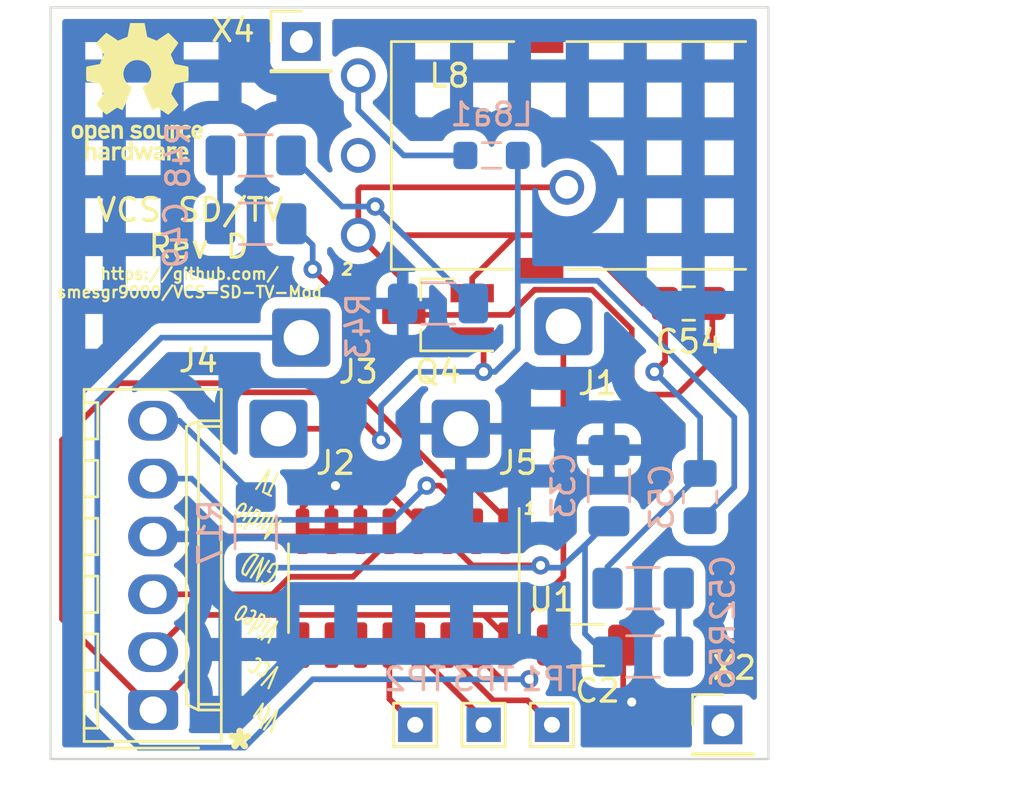
<source format=kicad_pcb>
(kicad_pcb (version 20211014) (generator pcbnew)
  (layers (0 "F.Cu" signal) (31 "B.Cu" signal) (34 "B.Paste" user) (35 "F.Paste" user) (36 "B.SilkS" user "B.Silkscreen") (37 "F.SilkS" user "F.Silkscreen") (38 "B.Mask" user) (39 "F.Mask" user) (44 "Edge.Cuts" user))
  (net 0 "")
  (net 1 "Net-(C33-Pad1)")
  (net 2 "GNDD")
  (net 3 "Net-(C49-Pad1)")
  (net 4 "Net-(C49-Pad2)")
  (net 5 "Net-(C52-Pad1)")
  (net 6 "Net-(C52-Pad2)")
  (net 7 "Net-(C54-Pad1)")
  (net 8 "Vout")
  (net 9 "Net-(J2-Pad1)")
  (net 10 "Net-(J3-Pad1)")
  (net 11 "Audio")
  (net 12 "Video")
  (net 13 "Net-(J4-Pad6)")
  (net 14 "Net-(TP1-Pad1)")
  (net 15 "Net-(TP3-Pad1)")
  (net 16 "Net-(TP2-Pad1)")
  (net 17 "Net-(L8-Pad1)")
  (net 18 "Net-(C53-Pad2)")
  (footprint "Package_SO:SOP-16_3.9x9.9mm_P1.27mm" (layer "F.Cu") (at 105.5 119 -90)
    (fp_text reference "U1" (at 0.5 -6.5 -180) (layer "F.SilkS"))
    (fp_text value "CD4053B")
    (pad "1" smd roundrect (at -2.5 -4.445 270) (size 2 0.6) (layers "F.Cu" "F.Paste" "F.Mask") (net 3 "Net-(C49-Pad1)"))
    (pad "2" smd roundrect (at -2.5 -3.175 270) (size 2 0.6) (layers "F.Cu" "F.Paste" "F.Mask") (net 11 "Audio"))
    (pad "3" smd roundrect (at -2.5 -1.905 270) (size 2 0.6) (layers "F.Cu" "F.Paste" "F.Mask") (net 1 "Net-(C33-Pad1)"))
    (pad "4" smd roundrect (at -2.5 -0.635 270) (size 2 0.6) (layers "F.Cu" "F.Paste" "F.Mask") (net 9 "Net-(J2-Pad1)"))
    (pad "5" smd roundrect (at -2.5 0.635 270) (size 2 0.6) (layers "F.Cu" "F.Paste" "F.Mask") (net 12 "Video"))
    (pad "6" smd roundrect (at -2.5 1.905 270) (size 2 0.6) (layers "F.Cu" "F.Paste" "F.Mask") (net 2 "GNDD"))
    (pad "7" smd roundrect (at -2.5 3.175 270) (size 2 0.6) (layers "F.Cu" "F.Paste" "F.Mask") (net 2 "GNDD"))
    (pad "8" smd roundrect (at -2.5 4.445 270) (size 2 0.6) (layers "F.Cu" "F.Paste" "F.Mask") (net 2 "GNDD"))
    (pad "9" smd roundrect (at 2.5 4.445 270) (size 2 0.6) (layers "F.Cu" "F.Paste" "F.Mask") (net 18 "Net-(C53-Pad2)"))
    (pad "10" smd roundrect (at 2.5 3.175 270) (size 2 0.6) (layers "F.Cu" "F.Paste" "F.Mask") (net 18 "Net-(C53-Pad2)"))
    (pad "11" smd roundrect (at 2.5 1.905 270) (size 2 0.6) (layers "F.Cu" "F.Paste" "F.Mask") (net 18 "Net-(C53-Pad2)"))
    (pad "12" smd roundrect (at 2.5 0.635 270) (size 2 0.6) (layers "F.Cu" "F.Paste" "F.Mask") (net 16 "Net-(TP2-Pad1)"))
    (pad "13" smd roundrect (at 2.5 -0.635 270) (size 2 0.6) (layers "F.Cu" "F.Paste" "F.Mask") (net 15 "Net-(TP3-Pad1)"))
    (pad "14" smd roundrect (at 2.5 -1.905 270) (size 2 0.6) (layers "F.Cu" "F.Paste" "F.Mask") (net 14 "Net-(TP1-Pad1)"))
    (pad "15" smd roundrect (at 2.5 -3.175 270) (size 2 0.6) (layers "F.Cu" "F.Paste" "F.Mask") (net 10 "Net-(J3-Pad1)"))
    (pad "16" smd roundrect (at 2.5 -4.445 270) (size 2 0.6) (layers "F.Cu" "F.Paste" "F.Mask") (net 8 "Vout"))
  )
  (footprint "TestPoint:TestPoint_THTPad_1.5x1.5mm_Drill0.7mm" (layer "F.Cu") (at 106 125)
    (fp_text reference "TP2" (at 0 -2) (layer "B.SilkS") (effects (justify mirror)))
    (fp_text value "TestPoint")
    (pad "1" thru_hole rect (at 0 0) (size 1.5 1.5) (drill 0.7) (layers *.Cu *.Mask) (net 16 "Net-(TP2-Pad1)"))
  )
  (footprint "Package_TO_SOT_SMD:SOT-23_Handsoldering" (layer "F.Cu") (at 107 107 180)
    (fp_text reference "Q4" (at 0 -2.5) (layer "F.SilkS"))
    (fp_text value "2N2222A")
    (pad "1" smd rect (at -1.5 -0.95 180) (size 1.9 0.8) (layers "F.Cu" "F.Paste" "F.Mask") (net 18 "Net-(C53-Pad2)"))
    (pad "2" smd rect (at -1.5 0.95 180) (size 1.9 0.8) (layers "F.Cu" "F.Paste" "F.Mask") (net 6 "Net-(C52-Pad2)"))
    (pad "3" smd rect (at 1.5 0 180) (size 1.9 0.8) (layers "F.Cu" "F.Paste" "F.Mask") (net 7 "Net-(C54-Pad1)"))
  )
  (footprint "Capacitor_SMD:C_0805_2012Metric_Pad1.18x1.45mm_HandSolder" (layer "F.Cu") (at 118 106.5 180)
    (fp_text reference "C54" (at 0 -1.68 180) (layer "F.SilkS"))
    (fp_text value "820pF")
    (pad "1" smd roundrect (at -1.0375 0 180) (size 1.175 1.45) (layers "F.Cu" "F.Paste" "F.Mask") (roundrect_rratio 0.212766) (net 7 "Net-(C54-Pad1)"))
    (pad "2" smd roundrect (at 1.0375 0 180) (size 1.175 1.45) (layers "F.Cu" "F.Paste" "F.Mask") (roundrect_rratio 0.212766) (net 6 "Net-(C52-Pad2)"))
  )
  (footprint "Connector_Wire:SolderWire-0.75sqmm_1x01_D1.25mm_OD2.3mm" (layer "F.Cu") (at 112.5 107.5)
    (fp_text reference "J1" (at 1.5 2.5) (layer "F.SilkS"))
    (fp_text value "Vcc / C53")
    (pad "1" thru_hole roundrect (at 0 0) (size 2.55 2.55) (drill 1.55) (layers *.Cu *.Mask) (roundrect_rratio 0.098039) (net 8 "Vout"))
  )
  (footprint "Symbol:OSHW-Logo_5.7x6mm_SilkScreen" (layer "F.Cu") (at 93.8 97.2)
    (fp_text reference "REF**" hide)
    (fp_text value "OSHW-Logo_5.7x6mm_SilkScreen" hide)
  )
  (footprint "Connector_PinHeader_2.54mm:PinHeader_1x01_P2.54mm_Vertical" (layer "F.Cu") (at 119.5 125)
    (fp_text reference "X2" (at 0.5 -2.5) (layer "F.SilkS"))
    (fp_text value "PinHeader_1x01_P2.54mm_Vertical")
    (pad "1" thru_hole rect (at 0 0) (size 1.7 1.7) (drill 1) (layers *.Cu *.Mask))
  )
  (footprint "TestPoint:TestPoint_THTPad_1.5x1.5mm_Drill0.7mm" (layer "F.Cu") (at 109 125)
    (fp_text reference "TP3" (at 0 -2 -180) (layer "B.SilkS") (effects (justify mirror)))
    (fp_text value "TestPoint")
    (pad "1" thru_hole rect (at 0 0) (size 1.5 1.5) (drill 0.7) (layers *.Cu *.Mask) (net 15 "Net-(TP3-Pad1)"))
  )
  (footprint "Connector_Wire:SolderWire-0.75sqmm_1x01_D1.25mm_OD2.3mm" (layer "F.Cu") (at 108 112)
    (fp_text reference "J5" (at 2.5 1.5) (layer "F.SilkS"))
    (fp_text value "Ground")
    (pad "1" thru_hole roundrect (at 0 0) (size 2.55 2.55) (drill 1.55) (layers *.Cu *.Mask) (roundrect_rratio 0.098039) (net 2 "GNDD"))
  )
  (footprint "Capacitor_SMD:C_1206_3216Metric_Pad1.33x1.80mm_HandSolder" (layer "F.Cu") (at 113.5625 121.5 180)
    (fp_text reference "C2" (at -0.4375 -2 180) (layer "F.SilkS"))
    (fp_text value "100nF")
    (pad "1" smd roundrect (at -1.5625 0 180) (size 1.325 1.8) (layers "F.Cu" "F.Paste" "F.Mask") (roundrect_rratio 0.188679) (net 2 "GNDD"))
    (pad "2" smd roundrect (at 1.5625 0 180) (size 1.325 1.8) (layers "F.Cu" "F.Paste" "F.Mask") (roundrect_rratio 0.188679) (net 8 "Vout"))
  )
  (footprint "Connector_Wire:SolderWire-0.75sqmm_1x01_D1.25mm_OD2.3mm" (layer "F.Cu") (at 100 112)
    (fp_text reference "J2" (at 2.5 1.5) (layer "F.SilkS"))
    (fp_text value "Video / R56")
    (pad "1" thru_hole roundrect (at 0 0) (size 2.55 2.55) (drill 1.55) (layers *.Cu *.Mask) (roundrect_rratio 0.098039) (net 9 "Net-(J2-Pad1)"))
  )
  (footprint "vcsboard:tim_laying" (layer "F.Cu") (at 103.5 96.5 -90)
    (fp_text reference "L8" (at 0 -4 unlocked) (layer "F.SilkS"))
    (fp_text value "L_Trim")
    (pad "" smd rect (at -1.5 -8 270) (size 1 2) (layers "F.Cu" "F.Paste" "F.Mask"))
    (pad "" thru_hole circle (at 3.5 0 270) (size 1.524 1.524) (drill 1) (layers *.Cu *.Mask))
    (pad "" smd rect (at 8.5 -8 270) (size 1 2) (layers "F.Cu" "F.Paste" "F.Mask"))
    (pad "1" thru_hole circle (at 0 0 270) (size 1.524 1.524) (drill 1) (layers *.Cu *.Mask) (net 17 "Net-(L8-Pad1)"))
    (pad "2" thru_hole circle (at 7 0 270) (size 1.524 1.524) (drill 1) (layers *.Cu *.Mask) (net 7 "Net-(C54-Pad1)"))
    (pad "2" thru_hole circle (at 4.9 -9.15 270) (size 1.524 1.524) (drill 1) (layers *.Cu *.Mask) (net 7 "Net-(C54-Pad1)"))
  )
  (footprint "TestPoint:TestPoint_THTPad_1.5x1.5mm_Drill0.7mm" (layer "F.Cu") (at 112 125)
    (fp_text reference "TP1" (at 0 -2 -180) (layer "B.SilkS") (effects (justify mirror)))
    (fp_text value "TestPoint")
    (pad "1" thru_hole rect (at 0 0) (size 1.5 1.5) (drill 0.7) (layers *.Cu *.Mask) (net 14 "Net-(TP1-Pad1)"))
  )
  (footprint "Connector_PinHeader_2.54mm:PinHeader_1x01_P2.54mm_Vertical" (layer "F.Cu") (at 101 95)
    (fp_text reference "X4" (at -3 -0.5) (layer "F.SilkS"))
    (fp_text value "PinHeader_1x01_P2.54mm_Vertical")
    (pad "1" thru_hole rect (at 0 0) (size 1.7 1.7) (drill 1) (layers *.Cu *.Mask))
  )
  (footprint "Connector_Wire:SolderWire-0.75sqmm_1x01_D1.25mm_OD2.3mm" (layer "F.Cu") (at 101 108)
    (fp_text reference "J3" (at 2.5 1.5) (layer "F.SilkS"))
    (fp_text value "Audio / C49")
    (pad "1" thru_hole roundrect (at 0 0) (size 2.55 2.55) (drill 1.55) (layers *.Cu *.Mask) (roundrect_rratio 0.098039) (net 10 "Net-(J3-Pad1)"))
  )
  (footprint "Connector_Molex:Molex_KK-254_AE-6410-06A_1x06_P2.54mm_Vertical" (layer "F.Cu") (at 94.5 124.35 90)
    (fp_text reference "J4" (at 15.35 1.98 180) (layer "F.SilkS"))
    (fp_text value "Conn_01x06_Male")
    (pad "1" thru_hole roundrect (at 0 0 90) (size 1.74 2.19) (drill 1.19) (layers *.Cu *.Mask) (roundrect_rratio 0.143678) (net 18 "Net-(C53-Pad2)"))
    (pad "2" thru_hole oval (at 2.54 0 90) (size 1.74 2.19) (drill 1.19) (layers *.Cu *.Mask) (net 8 "Vout"))
    (pad "3" thru_hole oval (at 5.08 0 90) (size 1.74 2.19) (drill 1.19) (layers *.Cu *.Mask) (net 12 "Video"))
    (pad "4" thru_hole oval (at 7.62 0 90) (size 1.74 2.19) (drill 1.19) (layers *.Cu *.Mask) (net 2 "GNDD"))
    (pad "5" thru_hole oval (at 10.16 0 90) (size 1.74 2.19) (drill 1.19) (layers *.Cu *.Mask) (net 11 "Audio"))
    (pad "6" thru_hole oval (at 12.7 0 90) (size 1.74 2.19) (drill 1.19) (layers *.Cu *.Mask) (net 13 "Net-(J4-Pad6)"))
  )
  (footprint "Capacitor_SMD:C_1206_3216Metric_Pad1.33x1.80mm_HandSolder" (layer "B.Cu") (at 116 119 180)
    (fp_text reference "C52" (at -3.5 0 90) (layer "B.SilkS") (effects (justify mirror)))
    (fp_text value "47pF")
    (pad "1" smd roundrect (at -1.5625 0 180) (size 1.325 1.8) (layers "B.Cu" "B.Paste" "B.Mask") (roundrect_rratio 0.188679) (net 5 "Net-(C52-Pad1)"))
    (pad "2" smd roundrect (at 1.5625 0 180) (size 1.325 1.8) (layers "B.Cu" "B.Paste" "B.Mask") (roundrect_rratio 0.188679) (net 6 "Net-(C52-Pad2)"))
  )
  (footprint "Inductor_SMD:L_0805_2012Metric_Pad1.05x1.20mm_HandSolder" (layer "B.Cu") (at 109.35 100)
    (fp_text reference "L8a1" (at 0 -1.8) (layer "B.SilkS") (effects (justify mirror)))
    (fp_text value "L")
    (pad "1" smd roundrect (at -1.15 0) (size 1.05 1.2) (layers "B.Cu" "B.Paste" "B.Mask") (roundrect_rratio 0.238095) (net 17 "Net-(L8-Pad1)"))
    (pad "2" smd roundrect (at 1.15 0) (size 1.05 1.2) (layers "B.Cu" "B.Paste" "B.Mask") (roundrect_rratio 0.238095) (net 18 "Net-(C53-Pad2)"))
  )
  (footprint "Resistor_SMD:R_1206_3216Metric_Pad1.30x1.75mm_HandSolder" (layer "B.Cu") (at 99 116.55 90)
    (fp_text reference "R17" (at 0 -2 90) (layer "B.SilkS") (effects (justify mirror)))
    (fp_text value "330")
    (pad "1" smd roundrect (at -1.55 0 90) (size 1.3 1.75) (layers "B.Cu" "B.Paste" "B.Mask") (roundrect_rratio 0.192308) (net 1 "Net-(C33-Pad1)"))
    (pad "2" smd roundrect (at 1.55 0 90) (size 1.3 1.75) (layers "B.Cu" "B.Paste" "B.Mask") (roundrect_rratio 0.192308) (net 13 "Net-(J4-Pad6)"))
  )
  (footprint "Resistor_SMD:R_1206_3216Metric_Pad1.30x1.75mm_HandSolder" (layer "B.Cu") (at 116 122)
    (fp_text reference "R56" (at 3.5 0 270) (layer "B.SilkS") (effects (justify mirror)))
    (fp_text value "1k8")
    (pad "1" smd roundrect (at -1.55 0) (size 1.3 1.75) (layers "B.Cu" "B.Paste" "B.Mask") (roundrect_rratio 0.192308) (net 1 "Net-(C33-Pad1)"))
    (pad "2" smd roundrect (at 1.55 0) (size 1.3 1.75) (layers "B.Cu" "B.Paste" "B.Mask") (roundrect_rratio 0.192308) (net 5 "Net-(C52-Pad1)"))
  )
  (footprint "Resistor_SMD:R_1206_3216Metric_Pad1.30x1.75mm_HandSolder" (layer "B.Cu") (at 99 100)
    (fp_text reference "R48" (at -3.4 0 90) (layer "B.SilkS") (effects (justify mirror)))
    (fp_text value "18k")
    (pad "1" smd roundrect (at -1.55 0) (size 1.3 1.75) (layers "B.Cu" "B.Paste" "B.Mask") (roundrect_rratio 0.192308) (net 4 "Net-(C49-Pad2)"))
    (pad "2" smd roundrect (at 1.55 0) (size 1.3 1.75) (layers "B.Cu" "B.Paste" "B.Mask") (roundrect_rratio 0.192308) (net 6 "Net-(C52-Pad2)"))
  )
  (footprint "Capacitor_SMD:C_0805_2012Metric_Pad1.18x1.45mm_HandSolder" (layer "B.Cu") (at 118.5 115 -90)
    (fp_text reference "C53" (at 0 1.68 90) (layer "B.SilkS") (effects (justify mirror)))
    (fp_text value "820pF")
    (pad "1" smd roundrect (at -1.0375 0 270) (size 1.175 1.45) (layers "B.Cu" "B.Paste" "B.Mask") (roundrect_rratio 0.212766) (net 6 "Net-(C52-Pad2)"))
    (pad "2" smd roundrect (at 1.0375 0 270) (size 1.175 1.45) (layers "B.Cu" "B.Paste" "B.Mask") (roundrect_rratio 0.212766) (net 18 "Net-(C53-Pad2)"))
  )
  (footprint "Capacitor_SMD:C_1206_3216Metric_Pad1.33x1.80mm_HandSolder" (layer "B.Cu") (at 114.5 114.5 90)
    (fp_text reference "C33" (at 0 -2 90) (layer "B.SilkS") (effects (justify mirror)))
    (fp_text value "100pF")
    (pad "1" smd roundrect (at -1.5625 0 90) (size 1.325 1.8) (layers "B.Cu" "B.Paste" "B.Mask") (roundrect_rratio 0.188679) (net 1 "Net-(C33-Pad1)"))
    (pad "2" smd roundrect (at 1.5625 0 90) (size 1.325 1.8) (layers "B.Cu" "B.Paste" "B.Mask") (roundrect_rratio 0.188679) (net 2 "GNDD"))
  )
  (footprint "Resistor_SMD:R_1206_3216Metric_Pad1.30x1.75mm_HandSolder" (layer "B.Cu") (at 107 106.5)
    (fp_text reference "R43" (at -3.5 1 270) (layer "B.SilkS") (effects (justify mirror)))
    (fp_text value "9k1")
    (pad "1" smd roundrect (at -1.55 0) (size 1.3 1.75) (layers "B.Cu" "B.Paste" "B.Mask") (roundrect_rratio 0.192308) (net 2 "GNDD"))
    (pad "2" smd roundrect (at 1.55 0) (size 1.3 1.75) (layers "B.Cu" "B.Paste" "B.Mask") (roundrect_rratio 0.192308) (net 6 "Net-(C52-Pad2)"))
  )
  (footprint "Capacitor_SMD:C_1206_3216Metric_Pad1.33x1.80mm_HandSolder" (layer "B.Cu") (at 99 103 180)
    (fp_text reference "C49" (at 3.5 -0.5 90) (layer "B.SilkS") (effects (justify mirror)))
    (fp_text value "100nF")
    (pad "1" smd roundrect (at -1.5625 0 180) (size 1.325 1.8) (layers "B.Cu" "B.Paste" "B.Mask") (roundrect_rratio 0.188679) (net 3 "Net-(C49-Pad1)"))
    (pad "2" smd roundrect (at 1.5625 0 180) (size 1.325 1.8) (layers "B.Cu" "B.Paste" "B.Mask") (roundrect_rratio 0.188679) (net 4 "Net-(C49-Pad2)"))
  )
  (gr_line (start 90 126.5) (end 121.5 126.5) (layer "Edge.Cuts") (width 0.1))
  (gr_line (start 121.5 126.5) (end 121.5 93.5) (layer "Edge.Cuts") (width 0.1))
  (gr_line (start 121.5 93.5) (end 90 93.5) (layer "Edge.Cuts") (width 0.1))
  (gr_line (start 90 93.5) (end 90 126.5) (layer "Edge.Cuts") (width 0.1))
  (gr_text "1" (at 111 115.5) (layer "F.SilkS") (effects (font (size 0.5 0.5) (thickness 0.125) italic)))
  (gr_text "https://github.com/\nsmesgr9000/VCS-SD-TV-Mod" (at 96.1 105.6) (layer "F.SilkS") (effects (font (size 0.5 0.5) (thickness 0.1))))
  (gr_text "VCS SD/TV \nRev D\n" (at 96.5 103.2) (layer "F.SilkS") (effects (font (size 1 1))))
  (gr_text "TV" (at 100 114.5 155) (layer "F.SilkS") (effects (font (size 1 0.5) (thickness 0.1)) (justify left)))
  (gr_text "Video" (at 100 121 155) (layer "F.SilkS") (effects (font (size 1 0.5) (thickness 0.1) italic) (justify left)))
  (gr_text "2" (at 103 105) (layer "F.SilkS") (effects (font (size 0.5 0.5) (thickness 0.125) italic)))
  (gr_text "Vtv" (at 100 124.9 155) (layer "F.SilkS") (effects (font (size 1 0.5) (thickness 0.1)) (justify left)))
  (gr_text "GND" (at 100 118.5 155) (layer "F.SilkS") (effects (font (size 1 0.5) (thickness 0.1) italic) (justify left)))
  (gr_text "Vcc" (at 100 123 155) (layer "F.SilkS") (effects (font (size 1 0.5) (thickness 0.1) italic) (justify left)))
  (gr_text "Audio" (at 100 116.5 155) (layer "F.SilkS") (effects (font (size 1 0.5) (thickness 0.1) italic) (justify left)))
  (gr_text "*" (at 98.3 126.1) (layer "F.SilkS") (effects (font (size 1.5 1.5) (thickness 0.3))))
  (segment (start 107.405 116.5) (end 107.405 116.901751) (width 0.25) (layer "F.Cu") (net 1))
  (segment (start 111.5 118) (end 108.5 118) (width 0.25) (layer "F.Cu") (net 1))
  (segment (start 107.405 116.901751) (end 108.503249 118) (width 0.25) (layer "F.Cu") (net 1))
  (via (at 111.5 118) (size 0.8) (drill 0.4) (layers "F.Cu" "B.Cu") (net 1))
  (segment (start 114.5 116.0625) (end 113.45 117.1125) (width 0.25) (layer "B.Cu") (net 1))
  (segment (start 113.45 121) (end 114.45 122) (width 0.25) (layer "B.Cu") (net 1))
  (segment (start 99 118.1) (end 112.4625 118.1) (width 0.25) (layer "B.Cu") (net 1))
  (segment (start 113.45 117.1125) (end 113.45 121) (width 0.25) (layer "B.Cu") (net 1))
  (segment (start 112.5 118) (end 113.45 117.1125) (width 0.25) (layer "B.Cu") (net 1))
  (segment (start 112.4625 118.1) (end 112.5 118) (width 0.25) (layer "B.Cu") (net 1))
  (segment (start 103.595 115.095) (end 103.595 116.5) (width 0.25) (layer "F.Cu") (net 2))
  (segment (start 100.825 116.73) (end 101.055 116.5) (width 0.25) (layer "F.Cu") (net 2))
  (segment (start 102.325 116.5) (end 102.325 114.675) (width 0.25) (layer "F.Cu") (net 2))
  (segment (start 101.055 116.5) (end 103.595 116.5) (width 0.25) (layer "F.Cu") (net 2))
  (segment (start 101.055 115.445) (end 101.055 116.5) (width 0.25) (layer "F.Cu") (net 2))
  (segment (start 115.125 123.625) (end 115.5 124) (width 0.25) (layer "F.Cu") (net 2))
  (segment (start 102.325 114.675) (end 102.5 114.5) (width 0.25) (layer "F.Cu") (net 2))
  (segment (start 103 114.5) (end 103.595 115.095) (width 0.25) (layer "F.Cu") (net 2))
  (segment (start 94.5 116.73) (end 100.825 116.73) (width 0.25) (layer "F.Cu") (net 2))
  (segment (start 102.5 114.5) (end 103 114.5) (width 0.25) (layer "F.Cu") (net 2))
  (segment (start 115.125 121.5) (end 115.125 123.625) (width 0.25) (layer "F.Cu") (net 2))
  (segment (start 102.5 114.5) (end 102 114.5) (width 0.25) (layer "F.Cu") (net 2))
  (segment (start 102 114.5) (end 101.055 115.445) (width 0.25) (layer "F.Cu") (net 2))
  (via (at 102.5 114.5) (size 0.8) (drill 0.4) (layers "F.Cu" "B.Cu") (net 2))
  (via (at 115.5 124) (size 0.8) (drill 0.4) (layers "F.Cu" "B.Cu") (net 2))
  (segment (start 108.050499 114.050499) (end 107.187326 114.050499) (width 0.25) (layer "F.Cu") (net 3))
  (segment (start 109.945 115.945) (end 108.050499 114.050499) (width 0.25) (layer "F.Cu") (net 3))
  (segment (start 103 106.5) (end 101.5 105) (width 0.25) (layer "F.Cu") (net 3))
  (segment (start 109.945 116.5) (end 109.945 115.945) (width 0.25) (layer "F.Cu") (net 3))
  (segment (start 103 109.863173) (end 103 106.5) (width 0.25) (layer "F.Cu") (net 3))
  (segment (start 107.187326 114.050499) (end 103 109.863173) (width 0.25) (layer "F.Cu") (net 3))
  (via (at 101.5 105) (size 0.8) (drill 0.4) (layers "F.Cu" "B.Cu") (net 3))
  (segment (start 101.5 105) (end 101.5 103.9375) (width 0.25) (layer "B.Cu") (net 3))
  (segment (start 101.5 103.9375) (end 100.5625 103) (width 0.25) (layer "B.Cu") (net 3))
  (segment (start 97.4375 103) (end 97.4375 100.0125) (width 0.25) (layer "B.Cu") (net 4))
  (segment (start 97.4375 100.0125) (end 97.45 100) (width 0.25) (layer "B.Cu") (net 4))
  (segment (start 117.5625 121.9875) (end 117.55 122) (width 0.25) (layer "B.Cu") (net 5))
  (segment (start 117.5625 119) (end 117.5625 121.9875) (width 0.25) (layer "B.Cu") (net 5))
  (segment (start 113 103.5) (end 116 106.5) (width 0.25) (layer "F.Cu") (net 6))
  (segment (start 116 106.5) (end 116.9625 106.5) (width 0.25) (layer "F.Cu") (net 6))
  (segment (start 110.4 103.5) (end 113 103.5) (width 0.25) (layer "F.Cu") (net 6))
  (segment (start 108.5 105.4) (end 108.5 106.05) (width 0.25) (layer "F.Cu") (net 6))
  (segment (start 116.9625 106.5) (end 116.9625 109.0375) (width 0.25) (layer "F.Cu") (net 6))
  (segment (start 116.9625 109.0375) (end 116.5 109.5) (width 0.25) (layer "F.Cu") (net 6))
  (segment (start 110.4 103.5) (end 108.5 105.4) (width 0.25) (layer "F.Cu") (net 6))
  (segment (start 110.4 103.5) (end 105.499999 103.5) (width 0.25) (layer "F.Cu") (net 6))
  (segment (start 105.499999 103.5) (end 104.243673 102.243674) (width 0.25) (layer "F.Cu") (net 6))
  (via (at 116.5 109.5) (size 0.8) (drill 0.4) (layers "F.Cu" "B.Cu") (net 6))
  (via (at 104.243673 102.243674) (size 0.8) (drill 0.4) (layers "F.Cu" "B.Cu") (net 6))
  (segment (start 108.5 106.5) (end 104.243673 102.243674) (width 0.25) (layer "B.Cu") (net 6))
  (segment (start 114.4375 119) (end 114.4375 118.0625) (width 0.25) (layer "B.Cu") (net 6))
  (segment (start 114.4375 118.0625) (end 118.5 114) (width 0.25) (layer "B.Cu") (net 6))
  (segment (start 108.55 106.5) (end 108.5 106.5) (width 0.25) (layer "B.Cu") (net 6))
  (segment (start 118.5 111.5) (end 116.5 109.5) (width 0.25) (layer "B.Cu") (net 6))
  (segment (start 102.793674 102.243674) (end 104.243673 102.243674) (width 0.25) (layer "B.Cu") (net 6))
  (segment (start 118.5 112.9375) (end 118.5 111.5) (width 0.25) (layer "B.Cu") (net 6))
  (segment (start 100.55 100) (end 102.793674 102.243674) (width 0.25) (layer "B.Cu") (net 6))
  (segment (start 118.5 114) (end 118.5 112.9375) (width 0.25) (layer "B.Cu") (net 6))
  (segment (start 105.5 107) (end 110.136827 107) (width 0.25) (layer "F.Cu") (net 7))
  (segment (start 103.5 103.5) (end 105.5 105.5) (width 0.25) (layer "F.Cu") (net 7))
  (segment (start 103.6 101.4) (end 112.65 101.4) (width 0.25) (layer "F.Cu") (net 7))
  (segment (start 115.5 110) (end 116 110.5) (width 0.25) (layer "F.Cu") (net 7))
  (segment (start 105.5 105.5) (end 105.5 107) (width 0.25) (layer "F.Cu") (net 7))
  (segment (start 110.136827 107) (end 111.236827 105.9) (width 0.25) (layer "F.Cu") (net 7))
  (segment (start 119.0375 108.9625) (end 119.0375 106.5) (width 0.25) (layer "F.Cu") (net 7))
  (segment (start 116 110.5) (end 117.5 110.5) (width 0.25) (layer "F.Cu") (net 7))
  (segment (start 117.5 110.5) (end 119.0375 108.9625) (width 0.25) (layer "F.Cu") (net 7))
  (segment (start 103.6 101.4) (end 103.5 101.5) (width 0.25) (layer "F.Cu") (net 7))
  (segment (start 115.5 107.636827) (end 115.5 110) (width 0.25) (layer "F.Cu") (net 7))
  (segment (start 113.763173 105.9) (end 115.5 107.636827) (width 0.25) (layer "F.Cu") (net 7))
  (segment (start 103.5 101.5) (end 103.5 103.5) (width 0.25) (layer "F.Cu") (net 7))
  (segment (start 111.236827 105.9) (end 113.763173 105.9) (width 0.25) (layer "F.Cu") (net 7))
  (segment (start 96.135 120.175) (end 109.021751 120.175) (width 0.25) (layer "F.Cu") (net 8))
  (segment (start 110.825 120.175) (end 112.5 118.5) (width 0.25) (layer "F.Cu") (net 8))
  (segment (start 94.5 121.81) (end 96.135 120.175) (width 0.25) (layer "F.Cu") (net 8))
  (segment (start 109.945 121.5) (end 112 121.5) (width 0.25) (layer "F.Cu") (net 8))
  (segment (start 109.945 121.098249) (end 109.945 121.5) (width 0.25) (layer "F.Cu") (net 8))
  (segment (start 112.5 118.5) (end 112.5 107.5) (width 0.25) (layer "F.Cu") (net 8))
  (segment (start 109.021751 120.175) (end 109.945 121.098249) (width 0.25) (layer "F.Cu") (net 8))
  (segment (start 109.021751 120.175) (end 110.825 120.175) (width 0.25) (layer "F.Cu") (net 8))
  (segment (start 100 112) (end 102.036751 112) (width 0.25) (layer "F.Cu") (net 9))
  (segment (start 106.135 116.098249) (end 106.135 116.5) (width 0.25) (layer "F.Cu") (net 9))
  (segment (start 102.036751 112) (end 106.135 116.098249) (width 0.25) (layer "F.Cu") (net 9))
  (segment (start 108.675 121.901751) (end 109.773249 123) (width 0.25) (layer "F.Cu") (net 10))
  (segment (start 109.773249 123) (end 111 123) (width 0.25) (layer "F.Cu") (net 10))
  (segment (start 108.675 121.5) (end 108.675 121.901751) (width 0.25) (layer "F.Cu") (net 10))
  (via (at 111 123) (size 0.8) (drill 0.4) (layers "F.Cu" "B.Cu") (net 10))
  (segment (start 93.871827 126) (end 98.5 126) (width 0.25) (layer "B.Cu") (net 10))
  (segment (start 92.050499 124.178672) (end 93.871827 126) (width 0.25) (layer "B.Cu") (net 10))
  (segment (start 101 108) (end 94.86431 108) (width 0.25) (layer "B.Cu") (net 10))
  (segment (start 101.5 123) (end 111 123) (width 0.25) (layer "B.Cu") (net 10))
  (segment (start 94.86431 108) (end 92.050499 110.813811) (width 0.25) (layer "B.Cu") (net 10))
  (segment (start 92.050499 110.813811) (end 92.050499 124.178672) (width 0.25) (layer "B.Cu") (net 10))
  (segment (start 98.5 126) (end 101.5 123) (width 0.25) (layer "B.Cu") (net 10))
  (segment (start 107.076751 114.5) (end 106.5 114.5) (width 0.25) (layer "F.Cu") (net 11))
  (segment (start 108.675 116.5) (end 108.675 116.098249) (width 0.25) (layer "F.Cu") (net 11))
  (segment (start 108.675 116.098249) (end 107.076751 114.5) (width 0.25) (layer "F.Cu") (net 11))
  (via (at 106.5 114.5) (size 0.8) (drill 0.4) (layers "F.Cu" "B.Cu") (net 11))
  (segment (start 96.19 114.19) (end 98 116) (width 0.25) (layer "B.Cu") (net 11))
  (segment (start 105 116) (end 106.5 114.5) (width 0.25) (layer "B.Cu") (net 11))
  (segment (start 98 116) (end 105 116) (width 0.25) (layer "B.Cu") (net 11))
  (segment (start 94.5 114.19) (end 96.19 114.19) (width 0.25) (layer "B.Cu") (net 11))
  (segment (start 104.865 116.901751) (end 104.865 116.5) (width 0.25) (layer "F.Cu") (net 12))
  (segment (start 100.5 118.5) (end 103.266751 118.5) (width 0.25) (layer "F.Cu") (net 12))
  (segment (start 99.73 119.27) (end 100.5 118.5) (width 0.25) (layer "F.Cu") (net 12))
  (segment (start 103.266751 118.5) (end 104.865 116.901751) (width 0.25) (layer "F.Cu") (net 12))
  (segment (start 94.5 119.27) (end 99.73 119.27) (width 0.25) (layer "F.Cu") (net 12))
  (segment (start 95.65 111.65) (end 99 115) (width 0.25) (layer "B.Cu") (net 13))
  (segment (start 94.5 111.65) (end 95.65 111.65) (width 0.25) (layer "B.Cu") (net 13))
  (segment (start 107.405 121.901751) (end 109.428249 123.925) (width 0.25) (layer "F.Cu") (net 14))
  (segment (start 107.405 121.5) (end 107.405 121.901751) (width 0.25) (layer "F.Cu") (net 14))
  (segment (start 110.925 123.925) (end 112 125) (width 0.25) (layer "F.Cu") (net 14))
  (segment (start 109.428249 123.925) (end 110.925 123.925) (width 0.25) (layer "F.Cu") (net 14))
  (segment (start 106.135 121.5) (end 106.135 121.901751) (width 0.25) (layer "F.Cu") (net 15))
  (segment (start 109 124.766751) (end 109 125) (width 0.25) (layer "F.Cu") (net 15))
  (segment (start 106.135 121.901751) (end 109 124.766751) (width 0.25) (layer "F.Cu") (net 15))
  (segment (start 104.865 123.865) (end 106 125) (width 0.25) (layer "F.Cu") (net 16))
  (segment (start 104.865 121.5) (end 104.865 123.865) (width 0.25) (layer "F.Cu") (net 16))
  (segment (start 103.5 98) (end 105.5 100) (width 0.25) (layer "B.Cu") (net 17))
  (segment (start 103.5 98) (end 103.5 96.5) (width 0.25) (layer "B.Cu") (net 17))
  (segment (start 105.5 100) (end 108.2 100) (width 0.25) (layer "B.Cu") (net 17))
  (segment (start 109 108.45) (end 108.5 107.95) (width 0.25) (layer "F.Cu") (net 18))
  (segment (start 109 109.5) (end 109 108.45) (width 0.25) (layer "F.Cu") (net 18))
  (segment (start 98 110) (end 93 110) (width 0.25) (layer "F.Cu") (net 18))
  (segment (start 98.4 110.4) (end 98 110) (width 0.25) (layer "F.Cu") (net 18))
  (segment (start 102.325 121.5) (end 103.595 121.5) (width 0.25) (layer "F.Cu") (net 18))
  (segment (start 90.5 112.5) (end 90.5 120.35) (width 0.25) (layer "F.Cu") (net 18))
  (segment (start 94.5 124.35) (end 97.35 121.5) (width 0.25) (layer "F.Cu") (net 18))
  (segment (start 90.5 120.35) (end 94.5 124.35) (width 0.25) (layer "F.Cu") (net 18))
  (segment (start 97.35 121.5) (end 101.055 121.5) (width 0.25) (layer "F.Cu") (net 18))
  (segment (start 102.4 110.4) (end 98.4 110.4) (width 0.25) (layer "F.Cu") (net 18))
  (segment (start 93 110) (end 90.5 112.5) (width 0.25) (layer "F.Cu") (net 18))
  (segment (start 104.5 112.5) (end 102.4 110.4) (width 0.25) (layer "F.Cu") (net 18))
  (segment (start 101.055 121.5) (end 102.325 121.5) (width 0.25) (layer "F.Cu") (net 18))
  (via (at 109 109.5) (size 0.8) (drill 0.4) (layers "F.Cu" "B.Cu") (net 18))
  (via (at 104.5 112.5) (size 0.8) (drill 0.4) (layers "F.Cu" "B.Cu") (net 18))
  (segment (start 106 109.5) (end 104.5 111) (width 0.25) (layer "B.Cu") (net 18))
  (segment (start 114 105.5) (end 120 111.5) (width 0.25) (layer "B.Cu") (net 18))
  (segment (start 104.5 111) (end 104.5 112.5) (width 0.25) (layer "B.Cu") (net 18))
  (segment (start 110.5 105.5) (end 110.5 108.5) (width 0.25) (layer "B.Cu") (net 18))
  (segment (start 110.5 105.5) (end 114 105.5) (width 0.25) (layer "B.Cu") (net 18))
  (segment (start 109 109.5) (end 106 109.5) (width 0.25) (layer "B.Cu") (net 18))
  (segment (start 110.5 108.5) (end 109.5 109.5) (width 0.25) (layer "B.Cu") (net 18))
  (segment (start 109.5 109.5) (end 109 109.5) (width 0.25) (layer "B.Cu") (net 18))
  (segment (start 120 111.5) (end 120 114.5) (width 0.25) (layer "B.Cu") (net 18))
  (segment (start 120 114.5) (end 120 114.5625) (width 0.25) (layer "B.Cu") (net 18))
  (segment (start 120 114.5625) (end 118.5 116.0625) (width 0.25) (layer "B.Cu") (net 18))
  (segment (start 110.5 105.5) (end 110.5 100) (width 0.25) (layer "B.Cu") (net 18))
  (zone (net 2) (net_name "GNDD") (layer "B.Cu") (connect_pads (clearance 0.508)) (min_thickness 0.254) (fill yes (mode hatch) (thermal_gap 0.508) (thermal_bridge_width 0.508) (hatch_thickness 1.016) (hatch_gap 1.524) (hatch_orientation 0) (hatch_border_algorithm hatch_thickness) (hatch_min_hole_area 0.3))
    (polygon (pts (xy 121.5 126.5) (xy 90 126.5) (xy 90 93.5) (xy 121.5 93.5)))
  )
)
</source>
